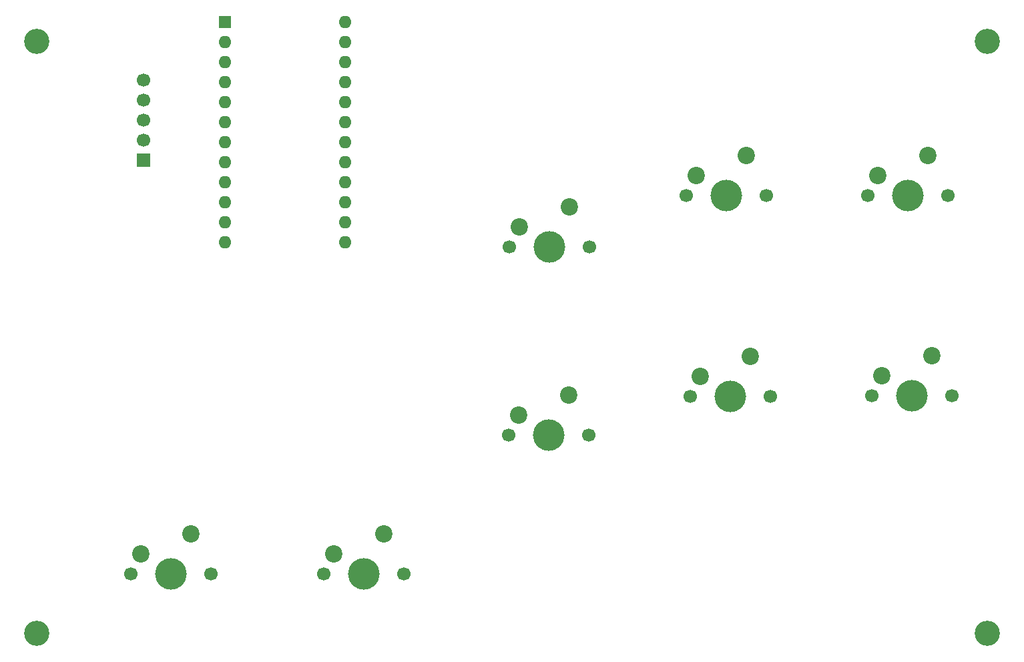
<source format=gbr>
%TF.GenerationSoftware,KiCad,Pcbnew,9.0.5*%
%TF.CreationDate,2025-10-09T15:15:47-05:00*%
%TF.ProjectId,arcade-controller,61726361-6465-42d6-936f-6e74726f6c6c,rev?*%
%TF.SameCoordinates,Original*%
%TF.FileFunction,Soldermask,Top*%
%TF.FilePolarity,Negative*%
%FSLAX46Y46*%
G04 Gerber Fmt 4.6, Leading zero omitted, Abs format (unit mm)*
G04 Created by KiCad (PCBNEW 9.0.5) date 2025-10-09 15:15:47*
%MOMM*%
%LPD*%
G01*
G04 APERTURE LIST*
%ADD10C,2.200000*%
%ADD11C,1.700000*%
%ADD12C,4.000000*%
%ADD13R,1.600000X1.600000*%
%ADD14O,1.600000X1.600000*%
%ADD15R,1.700000X1.700000*%
%ADD16C,3.200000*%
G04 APERTURE END LIST*
D10*
%TO.C,SW1*%
X205650000Y-60540000D03*
X212000000Y-58000000D03*
D11*
X214540000Y-63080000D03*
D12*
X209460000Y-63080000D03*
D11*
X204380000Y-63080000D03*
%TD*%
D10*
%TO.C,SW2*%
X182650000Y-60540000D03*
X189000000Y-58000000D03*
D11*
X191540000Y-63080000D03*
D12*
X186460000Y-63080000D03*
D11*
X181380000Y-63080000D03*
%TD*%
D10*
%TO.C,SW3*%
X160150000Y-67040000D03*
X166500000Y-64500000D03*
D11*
X169040000Y-69580000D03*
D12*
X163960000Y-69580000D03*
D11*
X158880000Y-69580000D03*
%TD*%
D10*
%TO.C,SW4*%
X206110000Y-85960000D03*
X212460000Y-83420000D03*
D11*
X215000000Y-88500000D03*
D12*
X209920000Y-88500000D03*
D11*
X204840000Y-88500000D03*
%TD*%
D10*
%TO.C,SW5*%
X183150000Y-86040000D03*
X189500000Y-83500000D03*
D11*
X192040000Y-88580000D03*
D12*
X186960000Y-88580000D03*
D11*
X181880000Y-88580000D03*
%TD*%
D10*
%TO.C,SW6*%
X160110000Y-90960000D03*
X166460000Y-88420000D03*
D11*
X169000000Y-93500000D03*
D12*
X163920000Y-93500000D03*
D11*
X158840000Y-93500000D03*
%TD*%
D10*
%TO.C,SW7*%
X112150000Y-108540000D03*
X118500000Y-106000000D03*
D11*
X121040000Y-111080000D03*
D12*
X115960000Y-111080000D03*
D11*
X110880000Y-111080000D03*
%TD*%
D10*
%TO.C,SW8*%
X136650000Y-108540000D03*
X143000000Y-106000000D03*
D11*
X145540000Y-111080000D03*
D12*
X140460000Y-111080000D03*
D11*
X135380000Y-111080000D03*
%TD*%
D13*
%TO.C,U1*%
X122880000Y-41070000D03*
D14*
X122880000Y-43610000D03*
X122880000Y-46150000D03*
X122880000Y-48690000D03*
X122880000Y-51230000D03*
X122880000Y-53770000D03*
X122880000Y-56310000D03*
X122880000Y-58850000D03*
X122880000Y-61390000D03*
X122880000Y-63930000D03*
X122880000Y-66470000D03*
X122880000Y-69010000D03*
X138120000Y-69010000D03*
X138120000Y-66470000D03*
X138120000Y-63930000D03*
X138120000Y-61390000D03*
X138120000Y-58850000D03*
X138120000Y-56310000D03*
X138120000Y-53770000D03*
X138120000Y-51230000D03*
X138120000Y-48690000D03*
X138120000Y-46150000D03*
X138120000Y-43610000D03*
X138120000Y-41070000D03*
%TD*%
D15*
%TO.C,J1*%
X112500000Y-58580000D03*
D11*
X112500000Y-56040000D03*
X112500000Y-53500000D03*
X112500000Y-50960000D03*
X112500000Y-48420000D03*
%TD*%
D16*
%TO.C,H4*%
X219500000Y-43500000D03*
%TD*%
%TO.C,H3*%
X99000000Y-43500000D03*
%TD*%
%TO.C,H2*%
X99000000Y-118650000D03*
%TD*%
%TO.C,H1*%
X219500000Y-118650000D03*
%TD*%
M02*

</source>
